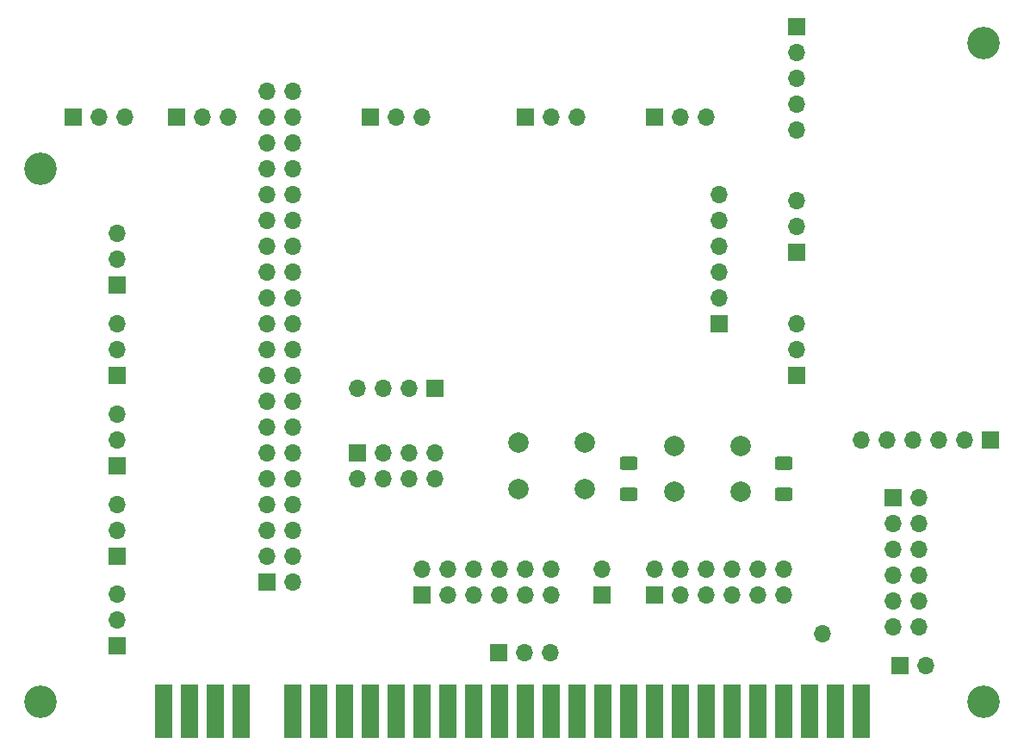
<source format=gbr>
%TF.GenerationSoftware,KiCad,Pcbnew,6.0.0-d3dd2cf0fa~116~ubuntu20.04.1*%
%TF.CreationDate,2022-02-13T01:33:05+01:00*%
%TF.ProjectId,addon-edge-rpi-i2s-pmod,6164646f-6e2d-4656-9467-652d7270692d,0.41*%
%TF.SameCoordinates,Original*%
%TF.FileFunction,Soldermask,Top*%
%TF.FilePolarity,Negative*%
%FSLAX46Y46*%
G04 Gerber Fmt 4.6, Leading zero omitted, Abs format (unit mm)*
G04 Created by KiCad (PCBNEW 6.0.0-d3dd2cf0fa~116~ubuntu20.04.1) date 2022-02-13 01:33:05*
%MOMM*%
%LPD*%
G01*
G04 APERTURE LIST*
G04 Aperture macros list*
%AMRoundRect*
0 Rectangle with rounded corners*
0 $1 Rounding radius*
0 $2 $3 $4 $5 $6 $7 $8 $9 X,Y pos of 4 corners*
0 Add a 4 corners polygon primitive as box body*
4,1,4,$2,$3,$4,$5,$6,$7,$8,$9,$2,$3,0*
0 Add four circle primitives for the rounded corners*
1,1,$1+$1,$2,$3*
1,1,$1+$1,$4,$5*
1,1,$1+$1,$6,$7*
1,1,$1+$1,$8,$9*
0 Add four rect primitives between the rounded corners*
20,1,$1+$1,$2,$3,$4,$5,0*
20,1,$1+$1,$4,$5,$6,$7,0*
20,1,$1+$1,$6,$7,$8,$9,0*
20,1,$1+$1,$8,$9,$2,$3,0*%
G04 Aperture macros list end*
%ADD10R,1.700000X1.700000*%
%ADD11O,1.700000X1.700000*%
%ADD12C,3.200000*%
%ADD13RoundRect,0.101600X-0.762000X-2.540000X0.762000X-2.540000X0.762000X2.540000X-0.762000X2.540000X0*%
%ADD14C,2.000000*%
%ADD15RoundRect,0.250000X0.625000X-0.400000X0.625000X0.400000X-0.625000X0.400000X-0.625000X-0.400000X0*%
G04 APERTURE END LIST*
D10*
%TO.C,JP5*%
X196845000Y-137795000D03*
D11*
X199385000Y-137795000D03*
%TD*%
D10*
%TO.C,JP22*%
X125730000Y-83820000D03*
D11*
X128270000Y-83820000D03*
X130810000Y-83820000D03*
%TD*%
%TO.C,J11*%
X189230000Y-134620000D03*
%TD*%
D12*
%TO.C,H2*%
X112400000Y-88900000D03*
%TD*%
D13*
%TO.C,EDGE1*%
X124460000Y-142240000D03*
X127000000Y-142240000D03*
X129540000Y-142240000D03*
X132080000Y-142240000D03*
X137160000Y-142240000D03*
X139700000Y-142240000D03*
X142240000Y-142240000D03*
X144780000Y-142240000D03*
X147320000Y-142240000D03*
X149860000Y-142240000D03*
X152400000Y-142240000D03*
X154940000Y-142240000D03*
X157480000Y-142240000D03*
X160020000Y-142240000D03*
X162560000Y-142240000D03*
X165100000Y-142240000D03*
X167640000Y-142240000D03*
X170180000Y-142240000D03*
X172720000Y-142240000D03*
X175260000Y-142240000D03*
X177800000Y-142240000D03*
X180340000Y-142240000D03*
X182880000Y-142240000D03*
X185420000Y-142240000D03*
X187960000Y-142240000D03*
X190500000Y-142240000D03*
X193040000Y-142240000D03*
%TD*%
D14*
%TO.C,BUT1*%
X159350000Y-120370000D03*
X165850000Y-120370000D03*
X159350000Y-115870000D03*
X165850000Y-115870000D03*
%TD*%
D10*
%TO.C,JP32*%
X157465000Y-136525000D03*
D11*
X160005000Y-136525000D03*
X162545000Y-136525000D03*
%TD*%
D10*
%TO.C,JP45*%
X119945000Y-100300000D03*
D11*
X119945000Y-97760000D03*
X119945000Y-95220000D03*
%TD*%
D10*
%TO.C,J5*%
X205740000Y-115570000D03*
D11*
X203200000Y-115570000D03*
X200660000Y-115570000D03*
X198120000Y-115570000D03*
X195580000Y-115570000D03*
X193040000Y-115570000D03*
%TD*%
D15*
%TO.C,R1*%
X170180000Y-120930000D03*
X170180000Y-117830000D03*
%TD*%
D14*
%TO.C,BUT2*%
X174720000Y-120650000D03*
X181220000Y-120650000D03*
X181220000Y-116150000D03*
X174720000Y-116150000D03*
%TD*%
D10*
%TO.C,JP43*%
X119945000Y-118080000D03*
D11*
X119945000Y-115540000D03*
X119945000Y-113000000D03*
%TD*%
D10*
%TO.C,JP44*%
X119945000Y-109190000D03*
D11*
X119945000Y-106650000D03*
X119945000Y-104110000D03*
%TD*%
D10*
%TO.C,J1*%
X149860000Y-130850000D03*
D11*
X152400000Y-130850000D03*
X154940000Y-130850000D03*
X157480000Y-130850000D03*
X160020000Y-130850000D03*
X162560000Y-130850000D03*
X149860000Y-128310000D03*
X152400000Y-128310000D03*
X154940000Y-128310000D03*
X157480000Y-128310000D03*
X160020000Y-128310000D03*
X162560000Y-128310000D03*
%TD*%
D10*
%TO.C,J2*%
X172720000Y-130830000D03*
D11*
X175260000Y-130830000D03*
X177800000Y-130830000D03*
X180340000Y-130830000D03*
X182880000Y-130830000D03*
X185420000Y-130830000D03*
X172720000Y-128290000D03*
X175260000Y-128290000D03*
X177800000Y-128290000D03*
X180340000Y-128290000D03*
X182880000Y-128290000D03*
X185420000Y-128290000D03*
%TD*%
D10*
%TO.C,J4*%
X179070000Y-104140000D03*
D11*
X179070000Y-101600000D03*
X179070000Y-99060000D03*
X179070000Y-96520000D03*
X179070000Y-93980000D03*
X179070000Y-91440000D03*
%TD*%
D10*
%TO.C,JP31*%
X186690000Y-97140000D03*
D11*
X186690000Y-94600000D03*
X186690000Y-92060000D03*
%TD*%
D10*
%TO.C,JP12*%
X172720000Y-83820000D03*
D11*
X175260000Y-83820000D03*
X177800000Y-83820000D03*
%TD*%
D10*
%TO.C,J10*%
X167615000Y-130830000D03*
D11*
X167615000Y-128290000D03*
%TD*%
D10*
%TO.C,J7*%
X186690000Y-109205000D03*
D11*
X186690000Y-106665000D03*
X186690000Y-104125000D03*
%TD*%
D10*
%TO.C,RPI1*%
X134620000Y-129540000D03*
D11*
X137160000Y-129540000D03*
X134620000Y-127000000D03*
X137160000Y-127000000D03*
X134620000Y-124460000D03*
X137160000Y-124460000D03*
X134620000Y-121920000D03*
X137160000Y-121920000D03*
X134620000Y-119380000D03*
X137160000Y-119380000D03*
X134620000Y-116840000D03*
X137160000Y-116840000D03*
X134620000Y-114300000D03*
X137160000Y-114300000D03*
X134620000Y-111760000D03*
X137160000Y-111760000D03*
X134620000Y-109220000D03*
X137160000Y-109220000D03*
X134620000Y-106680000D03*
X137160000Y-106680000D03*
X134620000Y-104140000D03*
X137160000Y-104140000D03*
X134620000Y-101600000D03*
X137160000Y-101600000D03*
X134620000Y-99060000D03*
X137160000Y-99060000D03*
X134620000Y-96520000D03*
X137160000Y-96520000D03*
X134620000Y-93980000D03*
X137160000Y-93980000D03*
X134620000Y-91440000D03*
X137160000Y-91440000D03*
X134620000Y-88900000D03*
X137160000Y-88900000D03*
X134620000Y-86360000D03*
X137160000Y-86360000D03*
X134620000Y-83820000D03*
X137160000Y-83820000D03*
X134620000Y-81280000D03*
X137160000Y-81280000D03*
%TD*%
D12*
%TO.C,H1*%
X205100000Y-76568700D03*
%TD*%
D10*
%TO.C,JP42*%
X119945000Y-126970000D03*
D11*
X119945000Y-124430000D03*
X119945000Y-121890000D03*
%TD*%
D12*
%TO.C,H3*%
X205100000Y-141300000D03*
%TD*%
D15*
%TO.C,R2*%
X185420000Y-120930000D03*
X185420000Y-117830000D03*
%TD*%
D10*
%TO.C,J6*%
X143520000Y-116820000D03*
D11*
X143520000Y-119360000D03*
X146060000Y-116820000D03*
X146060000Y-119360000D03*
X148600000Y-116820000D03*
X148600000Y-119360000D03*
X151140000Y-116820000D03*
X151140000Y-119360000D03*
%TD*%
D10*
%TO.C,J9*%
X186690000Y-74930000D03*
D11*
X186690000Y-77470000D03*
X186690000Y-80010000D03*
X186690000Y-82550000D03*
X186690000Y-85090000D03*
%TD*%
D12*
%TO.C,H4*%
X112400000Y-141300000D03*
%TD*%
D10*
%TO.C,JP23*%
X144780000Y-83820000D03*
D11*
X147320000Y-83820000D03*
X149860000Y-83820000D03*
%TD*%
D10*
%TO.C,JP21*%
X115570000Y-83820000D03*
D11*
X118110000Y-83820000D03*
X120650000Y-83820000D03*
%TD*%
D10*
%TO.C,J8*%
X151130000Y-110490000D03*
D11*
X148590000Y-110490000D03*
X146050000Y-110490000D03*
X143510000Y-110490000D03*
%TD*%
D10*
%TO.C,J3*%
X196215000Y-121260000D03*
D11*
X196215000Y-123800000D03*
X196215000Y-126340000D03*
X196215000Y-128880000D03*
X196215000Y-131420000D03*
X196215000Y-133960000D03*
X198755000Y-121260000D03*
X198755000Y-123800000D03*
X198755000Y-126340000D03*
X198755000Y-128880000D03*
X198755000Y-131420000D03*
X198755000Y-133960000D03*
%TD*%
D10*
%TO.C,JP11*%
X160020000Y-83820000D03*
D11*
X162560000Y-83820000D03*
X165100000Y-83820000D03*
%TD*%
D10*
%TO.C,JP41*%
X119945000Y-135845000D03*
D11*
X119945000Y-133305000D03*
X119945000Y-130765000D03*
%TD*%
M02*

</source>
